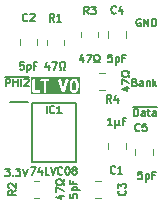
<source format=gto>
%TF.GenerationSoftware,KiCad,Pcbnew,9.0.2*%
%TF.CreationDate,2025-06-16T21:16:06+02:00*%
%TF.ProjectId,W65C816 Latch,57363543-3831-4362-904c-617463682e6b,V1*%
%TF.SameCoordinates,Original*%
%TF.FileFunction,Legend,Top*%
%TF.FilePolarity,Positive*%
%FSLAX46Y46*%
G04 Gerber Fmt 4.6, Leading zero omitted, Abs format (unit mm)*
G04 Created by KiCad (PCBNEW 9.0.2) date 2025-06-16 21:16:06*
%MOMM*%
%LPD*%
G01*
G04 APERTURE LIST*
%ADD10C,0.150000*%
%ADD11C,0.200000*%
%ADD12C,0.120000*%
G04 APERTURE END LIST*
D10*
X12190077Y-5033344D02*
X12280791Y-5063582D01*
X12280791Y-5063582D02*
X12311029Y-5093820D01*
X12311029Y-5093820D02*
X12341267Y-5154296D01*
X12341267Y-5154296D02*
X12341267Y-5245010D01*
X12341267Y-5245010D02*
X12311029Y-5305486D01*
X12311029Y-5305486D02*
X12280791Y-5335725D01*
X12280791Y-5335725D02*
X12220315Y-5365963D01*
X12220315Y-5365963D02*
X11978410Y-5365963D01*
X11978410Y-5365963D02*
X11978410Y-4730963D01*
X11978410Y-4730963D02*
X12190077Y-4730963D01*
X12190077Y-4730963D02*
X12250553Y-4761201D01*
X12250553Y-4761201D02*
X12280791Y-4791439D01*
X12280791Y-4791439D02*
X12311029Y-4851915D01*
X12311029Y-4851915D02*
X12311029Y-4912391D01*
X12311029Y-4912391D02*
X12280791Y-4972867D01*
X12280791Y-4972867D02*
X12250553Y-5003105D01*
X12250553Y-5003105D02*
X12190077Y-5033344D01*
X12190077Y-5033344D02*
X11978410Y-5033344D01*
X12885553Y-5365963D02*
X12885553Y-5033344D01*
X12885553Y-5033344D02*
X12855315Y-4972867D01*
X12855315Y-4972867D02*
X12794839Y-4942629D01*
X12794839Y-4942629D02*
X12673886Y-4942629D01*
X12673886Y-4942629D02*
X12613410Y-4972867D01*
X12885553Y-5335725D02*
X12825077Y-5365963D01*
X12825077Y-5365963D02*
X12673886Y-5365963D01*
X12673886Y-5365963D02*
X12613410Y-5335725D01*
X12613410Y-5335725D02*
X12583172Y-5275248D01*
X12583172Y-5275248D02*
X12583172Y-5214772D01*
X12583172Y-5214772D02*
X12613410Y-5154296D01*
X12613410Y-5154296D02*
X12673886Y-5124058D01*
X12673886Y-5124058D02*
X12825077Y-5124058D01*
X12825077Y-5124058D02*
X12885553Y-5093820D01*
X13187934Y-4942629D02*
X13187934Y-5365963D01*
X13187934Y-5003105D02*
X13218172Y-4972867D01*
X13218172Y-4972867D02*
X13278648Y-4942629D01*
X13278648Y-4942629D02*
X13369363Y-4942629D01*
X13369363Y-4942629D02*
X13429839Y-4972867D01*
X13429839Y-4972867D02*
X13460077Y-5033344D01*
X13460077Y-5033344D02*
X13460077Y-5365963D01*
X13762458Y-5365963D02*
X13762458Y-4730963D01*
X13822934Y-5124058D02*
X14004363Y-5365963D01*
X14004363Y-4942629D02*
X13762458Y-5184534D01*
X1205398Y-12350963D02*
X1598493Y-12350963D01*
X1598493Y-12350963D02*
X1386826Y-12592867D01*
X1386826Y-12592867D02*
X1477541Y-12592867D01*
X1477541Y-12592867D02*
X1538017Y-12623105D01*
X1538017Y-12623105D02*
X1568255Y-12653344D01*
X1568255Y-12653344D02*
X1598493Y-12713820D01*
X1598493Y-12713820D02*
X1598493Y-12865010D01*
X1598493Y-12865010D02*
X1568255Y-12925486D01*
X1568255Y-12925486D02*
X1538017Y-12955725D01*
X1538017Y-12955725D02*
X1477541Y-12985963D01*
X1477541Y-12985963D02*
X1296112Y-12985963D01*
X1296112Y-12985963D02*
X1235636Y-12955725D01*
X1235636Y-12955725D02*
X1205398Y-12925486D01*
X1870636Y-12925486D02*
X1900874Y-12955725D01*
X1900874Y-12955725D02*
X1870636Y-12985963D01*
X1870636Y-12985963D02*
X1840398Y-12955725D01*
X1840398Y-12955725D02*
X1870636Y-12925486D01*
X1870636Y-12925486D02*
X1870636Y-12985963D01*
X2112541Y-12350963D02*
X2505636Y-12350963D01*
X2505636Y-12350963D02*
X2293969Y-12592867D01*
X2293969Y-12592867D02*
X2384684Y-12592867D01*
X2384684Y-12592867D02*
X2445160Y-12623105D01*
X2445160Y-12623105D02*
X2475398Y-12653344D01*
X2475398Y-12653344D02*
X2505636Y-12713820D01*
X2505636Y-12713820D02*
X2505636Y-12865010D01*
X2505636Y-12865010D02*
X2475398Y-12925486D01*
X2475398Y-12925486D02*
X2445160Y-12955725D01*
X2445160Y-12955725D02*
X2384684Y-12985963D01*
X2384684Y-12985963D02*
X2203255Y-12985963D01*
X2203255Y-12985963D02*
X2142779Y-12955725D01*
X2142779Y-12955725D02*
X2112541Y-12925486D01*
X2687065Y-12350963D02*
X2898731Y-12985963D01*
X2898731Y-12985963D02*
X3110398Y-12350963D01*
X12673887Y318798D02*
X12613411Y349036D01*
X12613411Y349036D02*
X12522697Y349036D01*
X12522697Y349036D02*
X12431982Y318798D01*
X12431982Y318798D02*
X12371506Y258322D01*
X12371506Y258322D02*
X12341268Y197846D01*
X12341268Y197846D02*
X12311030Y76894D01*
X12311030Y76894D02*
X12311030Y-13820D01*
X12311030Y-13820D02*
X12341268Y-134772D01*
X12341268Y-134772D02*
X12371506Y-195248D01*
X12371506Y-195248D02*
X12431982Y-255725D01*
X12431982Y-255725D02*
X12522697Y-285963D01*
X12522697Y-285963D02*
X12583173Y-285963D01*
X12583173Y-285963D02*
X12673887Y-255725D01*
X12673887Y-255725D02*
X12704125Y-225486D01*
X12704125Y-225486D02*
X12704125Y-13820D01*
X12704125Y-13820D02*
X12583173Y-13820D01*
X12976268Y-285963D02*
X12976268Y349036D01*
X12976268Y349036D02*
X13339125Y-285963D01*
X13339125Y-285963D02*
X13339125Y349036D01*
X13641506Y-285963D02*
X13641506Y349036D01*
X13641506Y349036D02*
X13792696Y349036D01*
X13792696Y349036D02*
X13883411Y318798D01*
X13883411Y318798D02*
X13943887Y258322D01*
X13943887Y258322D02*
X13974125Y197846D01*
X13974125Y197846D02*
X14004363Y76894D01*
X14004363Y76894D02*
X14004363Y-13820D01*
X14004363Y-13820D02*
X13974125Y-134772D01*
X13974125Y-134772D02*
X13943887Y-195248D01*
X13943887Y-195248D02*
X13883411Y-255725D01*
X13883411Y-255725D02*
X13792696Y-285963D01*
X13792696Y-285963D02*
X13641506Y-285963D01*
X1265874Y-5365963D02*
X1265874Y-4730963D01*
X1265874Y-4730963D02*
X1507779Y-4730963D01*
X1507779Y-4730963D02*
X1568255Y-4761201D01*
X1568255Y-4761201D02*
X1598493Y-4791439D01*
X1598493Y-4791439D02*
X1628731Y-4851915D01*
X1628731Y-4851915D02*
X1628731Y-4942629D01*
X1628731Y-4942629D02*
X1598493Y-5003105D01*
X1598493Y-5003105D02*
X1568255Y-5033344D01*
X1568255Y-5033344D02*
X1507779Y-5063582D01*
X1507779Y-5063582D02*
X1265874Y-5063582D01*
X1900874Y-5365963D02*
X1900874Y-4730963D01*
X1900874Y-5033344D02*
X2263731Y-5033344D01*
X2263731Y-5365963D02*
X2263731Y-4730963D01*
X2566112Y-5365963D02*
X2566112Y-4730963D01*
X2838255Y-4791439D02*
X2868493Y-4761201D01*
X2868493Y-4761201D02*
X2928969Y-4730963D01*
X2928969Y-4730963D02*
X3080160Y-4730963D01*
X3080160Y-4730963D02*
X3140636Y-4761201D01*
X3140636Y-4761201D02*
X3170874Y-4791439D01*
X3170874Y-4791439D02*
X3201112Y-4851915D01*
X3201112Y-4851915D02*
X3201112Y-4912391D01*
X3201112Y-4912391D02*
X3170874Y-5003105D01*
X3170874Y-5003105D02*
X2808017Y-5365963D01*
X2808017Y-5365963D02*
X3201112Y-5365963D01*
X1178184Y-4554675D02*
X3258565Y-4554675D01*
D11*
G36*
X7139859Y-4966024D02*
G01*
X7164528Y-4990692D01*
X7199981Y-5061599D01*
X7241952Y-5229480D01*
X7241952Y-5442956D01*
X7199981Y-5610837D01*
X7164528Y-5681743D01*
X7139859Y-5706413D01*
X7080250Y-5736219D01*
X7032226Y-5736219D01*
X6972616Y-5706414D01*
X6947949Y-5681746D01*
X6912494Y-5610837D01*
X6870524Y-5442956D01*
X6870524Y-5229481D01*
X6912494Y-5061599D01*
X6947948Y-4990692D01*
X6972616Y-4966023D01*
X7032226Y-4936219D01*
X7080250Y-4936219D01*
X7139859Y-4966024D01*
G37*
G36*
X7553063Y-6047330D02*
G01*
X3416555Y-6047330D01*
X3416555Y-4836219D01*
X3527666Y-4836219D01*
X3527666Y-5836219D01*
X3529587Y-5855728D01*
X3544519Y-5891776D01*
X3572109Y-5919366D01*
X3608157Y-5934298D01*
X3627666Y-5936219D01*
X4103856Y-5936219D01*
X4123365Y-5934298D01*
X4159413Y-5919366D01*
X4187003Y-5891776D01*
X4201935Y-5855728D01*
X4201935Y-5816710D01*
X4187003Y-5780662D01*
X4159413Y-5753072D01*
X4123365Y-5738140D01*
X4103856Y-5736219D01*
X3727666Y-5736219D01*
X3727666Y-4836219D01*
X3725745Y-4816710D01*
X4196254Y-4816710D01*
X4196254Y-4855728D01*
X4211186Y-4891776D01*
X4238776Y-4919366D01*
X4274824Y-4934298D01*
X4294333Y-4936219D01*
X4480047Y-4936219D01*
X4480047Y-5836219D01*
X4481968Y-5855728D01*
X4496900Y-5891776D01*
X4524490Y-5919366D01*
X4560538Y-5934298D01*
X4599556Y-5934298D01*
X4635604Y-5919366D01*
X4663194Y-5891776D01*
X4678126Y-5855728D01*
X4680047Y-5836219D01*
X4680047Y-4936219D01*
X4865761Y-4936219D01*
X4885270Y-4934298D01*
X4921318Y-4919366D01*
X4948908Y-4891776D01*
X4963840Y-4855728D01*
X4963840Y-4848726D01*
X5718928Y-4848726D01*
X5723275Y-4867842D01*
X6056608Y-5867841D01*
X6064599Y-5885742D01*
X6069282Y-5891141D01*
X6072477Y-5897531D01*
X6081948Y-5905746D01*
X6090164Y-5915218D01*
X6096552Y-5918412D01*
X6101953Y-5923096D01*
X6113854Y-5927063D01*
X6125063Y-5932667D01*
X6132187Y-5933173D01*
X6138969Y-5935434D01*
X6151478Y-5934544D01*
X6163983Y-5935434D01*
X6170761Y-5933174D01*
X6177889Y-5932668D01*
X6189105Y-5927059D01*
X6200999Y-5923095D01*
X6206396Y-5918414D01*
X6212788Y-5915218D01*
X6221006Y-5905742D01*
X6230475Y-5897530D01*
X6233668Y-5891143D01*
X6238353Y-5885742D01*
X6246344Y-5867842D01*
X6463234Y-5217171D01*
X6670524Y-5217171D01*
X6670524Y-5455266D01*
X6670859Y-5458668D01*
X6670642Y-5460127D01*
X6671721Y-5467424D01*
X6672445Y-5474775D01*
X6673009Y-5476138D01*
X6673510Y-5479520D01*
X6721129Y-5669995D01*
X6721642Y-5671432D01*
X6721694Y-5672155D01*
X6724802Y-5680279D01*
X6727724Y-5688456D01*
X6728154Y-5689036D01*
X6728700Y-5690463D01*
X6776319Y-5785701D01*
X6781602Y-5794093D01*
X6782614Y-5796537D01*
X6784870Y-5799286D01*
X6786762Y-5802291D01*
X6788756Y-5804020D01*
X6795051Y-5811690D01*
X6842669Y-5859310D01*
X6850337Y-5865603D01*
X6852069Y-5867600D01*
X6855077Y-5869493D01*
X6857823Y-5871747D01*
X6860263Y-5872757D01*
X6868660Y-5878043D01*
X6963897Y-5925662D01*
X6982206Y-5932668D01*
X6985789Y-5932922D01*
X6989110Y-5934298D01*
X7008619Y-5936219D01*
X7103857Y-5936219D01*
X7123366Y-5934298D01*
X7126686Y-5932922D01*
X7130270Y-5932668D01*
X7148578Y-5925662D01*
X7243816Y-5878043D01*
X7252211Y-5872758D01*
X7254653Y-5871747D01*
X7257400Y-5869491D01*
X7260406Y-5867600D01*
X7262136Y-5865605D01*
X7269806Y-5859310D01*
X7317425Y-5811690D01*
X7323717Y-5804023D01*
X7325714Y-5802292D01*
X7327607Y-5799284D01*
X7329862Y-5796537D01*
X7330873Y-5794095D01*
X7336157Y-5785701D01*
X7383776Y-5690464D01*
X7384322Y-5689035D01*
X7384752Y-5688456D01*
X7387673Y-5680279D01*
X7390782Y-5672155D01*
X7390833Y-5671434D01*
X7391347Y-5669996D01*
X7438966Y-5479520D01*
X7439466Y-5476138D01*
X7440031Y-5474775D01*
X7440754Y-5467424D01*
X7441834Y-5460127D01*
X7441616Y-5458668D01*
X7441952Y-5455266D01*
X7441952Y-5217171D01*
X7441616Y-5213768D01*
X7441834Y-5212310D01*
X7440754Y-5205012D01*
X7440031Y-5197662D01*
X7439466Y-5196298D01*
X7438966Y-5192917D01*
X7391347Y-5002441D01*
X7390833Y-5001002D01*
X7390782Y-5000282D01*
X7387673Y-4992157D01*
X7384752Y-4983981D01*
X7384322Y-4983401D01*
X7383776Y-4981973D01*
X7336157Y-4886736D01*
X7330871Y-4878339D01*
X7329861Y-4875899D01*
X7327607Y-4873153D01*
X7325714Y-4870145D01*
X7323716Y-4868412D01*
X7317424Y-4860746D01*
X7269806Y-4813127D01*
X7262135Y-4806832D01*
X7260406Y-4804838D01*
X7257398Y-4802944D01*
X7254652Y-4800691D01*
X7252212Y-4799680D01*
X7243816Y-4794395D01*
X7148578Y-4746776D01*
X7130270Y-4739770D01*
X7126686Y-4739515D01*
X7123366Y-4738140D01*
X7103857Y-4736219D01*
X7008619Y-4736219D01*
X6989110Y-4738140D01*
X6985789Y-4739515D01*
X6982206Y-4739770D01*
X6963897Y-4746776D01*
X6868660Y-4794395D01*
X6860263Y-4799680D01*
X6857823Y-4800691D01*
X6855077Y-4802944D01*
X6852069Y-4804838D01*
X6850336Y-4806835D01*
X6842670Y-4813128D01*
X6795051Y-4860746D01*
X6788756Y-4868416D01*
X6786762Y-4870146D01*
X6784868Y-4873153D01*
X6782615Y-4875900D01*
X6781604Y-4878339D01*
X6776319Y-4886736D01*
X6728700Y-4981974D01*
X6728154Y-4983400D01*
X6727724Y-4983981D01*
X6724802Y-4992157D01*
X6721694Y-5000282D01*
X6721642Y-5001004D01*
X6721129Y-5002442D01*
X6673510Y-5192917D01*
X6673009Y-5196298D01*
X6672445Y-5197662D01*
X6671721Y-5205012D01*
X6670642Y-5212310D01*
X6670859Y-5213768D01*
X6670524Y-5217171D01*
X6463234Y-5217171D01*
X6579677Y-4867842D01*
X6584024Y-4848727D01*
X6581258Y-4809807D01*
X6563808Y-4774908D01*
X6534332Y-4749343D01*
X6497316Y-4737004D01*
X6458396Y-4739771D01*
X6423497Y-4757220D01*
X6397932Y-4786696D01*
X6389941Y-4804597D01*
X6151476Y-5519991D01*
X5913011Y-4804596D01*
X5905020Y-4786696D01*
X5879455Y-4757220D01*
X5844556Y-4739770D01*
X5805636Y-4737004D01*
X5768620Y-4749342D01*
X5739144Y-4774907D01*
X5721694Y-4809806D01*
X5718928Y-4848726D01*
X4963840Y-4848726D01*
X4963840Y-4816710D01*
X4948908Y-4780662D01*
X4921318Y-4753072D01*
X4885270Y-4738140D01*
X4865761Y-4736219D01*
X4294333Y-4736219D01*
X4274824Y-4738140D01*
X4238776Y-4753072D01*
X4211186Y-4780662D01*
X4196254Y-4816710D01*
X3725745Y-4816710D01*
X3710813Y-4780662D01*
X3683223Y-4753072D01*
X3647175Y-4738140D01*
X3608157Y-4738140D01*
X3572109Y-4753072D01*
X3544519Y-4780662D01*
X3529587Y-4816710D01*
X3527666Y-4836219D01*
X3416555Y-4836219D01*
X3416555Y-4625108D01*
X7553063Y-4625108D01*
X7553063Y-6047330D01*
G37*
D10*
X12129601Y-7905963D02*
X12129601Y-7270963D01*
X12129601Y-7270963D02*
X12280791Y-7270963D01*
X12280791Y-7270963D02*
X12371506Y-7301201D01*
X12371506Y-7301201D02*
X12431982Y-7361677D01*
X12431982Y-7361677D02*
X12462220Y-7422153D01*
X12462220Y-7422153D02*
X12492458Y-7543105D01*
X12492458Y-7543105D02*
X12492458Y-7633820D01*
X12492458Y-7633820D02*
X12462220Y-7754772D01*
X12462220Y-7754772D02*
X12431982Y-7815248D01*
X12431982Y-7815248D02*
X12371506Y-7875725D01*
X12371506Y-7875725D02*
X12280791Y-7905963D01*
X12280791Y-7905963D02*
X12129601Y-7905963D01*
X13036744Y-7905963D02*
X13036744Y-7573344D01*
X13036744Y-7573344D02*
X13006506Y-7512867D01*
X13006506Y-7512867D02*
X12946030Y-7482629D01*
X12946030Y-7482629D02*
X12825077Y-7482629D01*
X12825077Y-7482629D02*
X12764601Y-7512867D01*
X13036744Y-7875725D02*
X12976268Y-7905963D01*
X12976268Y-7905963D02*
X12825077Y-7905963D01*
X12825077Y-7905963D02*
X12764601Y-7875725D01*
X12764601Y-7875725D02*
X12734363Y-7815248D01*
X12734363Y-7815248D02*
X12734363Y-7754772D01*
X12734363Y-7754772D02*
X12764601Y-7694296D01*
X12764601Y-7694296D02*
X12825077Y-7664058D01*
X12825077Y-7664058D02*
X12976268Y-7664058D01*
X12976268Y-7664058D02*
X13036744Y-7633820D01*
X13248411Y-7482629D02*
X13490315Y-7482629D01*
X13339125Y-7270963D02*
X13339125Y-7815248D01*
X13339125Y-7815248D02*
X13369363Y-7875725D01*
X13369363Y-7875725D02*
X13429839Y-7905963D01*
X13429839Y-7905963D02*
X13490315Y-7905963D01*
X13974125Y-7905963D02*
X13974125Y-7573344D01*
X13974125Y-7573344D02*
X13943887Y-7512867D01*
X13943887Y-7512867D02*
X13883411Y-7482629D01*
X13883411Y-7482629D02*
X13762458Y-7482629D01*
X13762458Y-7482629D02*
X13701982Y-7512867D01*
X13974125Y-7875725D02*
X13913649Y-7905963D01*
X13913649Y-7905963D02*
X13762458Y-7905963D01*
X13762458Y-7905963D02*
X13701982Y-7875725D01*
X13701982Y-7875725D02*
X13671744Y-7815248D01*
X13671744Y-7815248D02*
X13671744Y-7754772D01*
X13671744Y-7754772D02*
X13701982Y-7694296D01*
X13701982Y-7694296D02*
X13762458Y-7664058D01*
X13762458Y-7664058D02*
X13913649Y-7664058D01*
X13913649Y-7664058D02*
X13974125Y-7633820D01*
X12041911Y-7094675D02*
X14061816Y-7094675D01*
X10181166Y-6762963D02*
X9969499Y-6460582D01*
X9818309Y-6762963D02*
X9818309Y-6127963D01*
X9818309Y-6127963D02*
X10060214Y-6127963D01*
X10060214Y-6127963D02*
X10120690Y-6158201D01*
X10120690Y-6158201D02*
X10150928Y-6188439D01*
X10150928Y-6188439D02*
X10181166Y-6248915D01*
X10181166Y-6248915D02*
X10181166Y-6339629D01*
X10181166Y-6339629D02*
X10150928Y-6400105D01*
X10150928Y-6400105D02*
X10120690Y-6430344D01*
X10120690Y-6430344D02*
X10060214Y-6460582D01*
X10060214Y-6460582D02*
X9818309Y-6460582D01*
X10725452Y-6339629D02*
X10725452Y-6762963D01*
X10574261Y-6097725D02*
X10423071Y-6551296D01*
X10423071Y-6551296D02*
X10816166Y-6551296D01*
X11316129Y-5487285D02*
X11739463Y-5487285D01*
X11074225Y-5638476D02*
X11527796Y-5789666D01*
X11527796Y-5789666D02*
X11527796Y-5396571D01*
X11104463Y-5215142D02*
X11104463Y-4791809D01*
X11104463Y-4791809D02*
X11739463Y-5063952D01*
X11739463Y-4580142D02*
X11739463Y-4428952D01*
X11739463Y-4428952D02*
X11618510Y-4428952D01*
X11618510Y-4428952D02*
X11588272Y-4489428D01*
X11588272Y-4489428D02*
X11527796Y-4549904D01*
X11527796Y-4549904D02*
X11437082Y-4580142D01*
X11437082Y-4580142D02*
X11285891Y-4580142D01*
X11285891Y-4580142D02*
X11195177Y-4549904D01*
X11195177Y-4549904D02*
X11134701Y-4489428D01*
X11134701Y-4489428D02*
X11104463Y-4398714D01*
X11104463Y-4398714D02*
X11104463Y-4277761D01*
X11104463Y-4277761D02*
X11134701Y-4187047D01*
X11134701Y-4187047D02*
X11195177Y-4126571D01*
X11195177Y-4126571D02*
X11285891Y-4096333D01*
X11285891Y-4096333D02*
X11437082Y-4096333D01*
X11437082Y-4096333D02*
X11527796Y-4126571D01*
X11527796Y-4126571D02*
X11588272Y-4187047D01*
X11588272Y-4187047D02*
X11618510Y-4247523D01*
X11618510Y-4247523D02*
X11739463Y-4247523D01*
X11739463Y-4247523D02*
X11739463Y-4096333D01*
X12594166Y-9115486D02*
X12563928Y-9145725D01*
X12563928Y-9145725D02*
X12473214Y-9175963D01*
X12473214Y-9175963D02*
X12412738Y-9175963D01*
X12412738Y-9175963D02*
X12322023Y-9145725D01*
X12322023Y-9145725D02*
X12261547Y-9085248D01*
X12261547Y-9085248D02*
X12231309Y-9024772D01*
X12231309Y-9024772D02*
X12201071Y-8903820D01*
X12201071Y-8903820D02*
X12201071Y-8813105D01*
X12201071Y-8813105D02*
X12231309Y-8692153D01*
X12231309Y-8692153D02*
X12261547Y-8631677D01*
X12261547Y-8631677D02*
X12322023Y-8571201D01*
X12322023Y-8571201D02*
X12412738Y-8540963D01*
X12412738Y-8540963D02*
X12473214Y-8540963D01*
X12473214Y-8540963D02*
X12563928Y-8571201D01*
X12563928Y-8571201D02*
X12594166Y-8601439D01*
X13168690Y-8540963D02*
X12866309Y-8540963D01*
X12866309Y-8540963D02*
X12836071Y-8843344D01*
X12836071Y-8843344D02*
X12866309Y-8813105D01*
X12866309Y-8813105D02*
X12926785Y-8782867D01*
X12926785Y-8782867D02*
X13077976Y-8782867D01*
X13077976Y-8782867D02*
X13138452Y-8813105D01*
X13138452Y-8813105D02*
X13168690Y-8843344D01*
X13168690Y-8843344D02*
X13198928Y-8903820D01*
X13198928Y-8903820D02*
X13198928Y-9055010D01*
X13198928Y-9055010D02*
X13168690Y-9115486D01*
X13168690Y-9115486D02*
X13138452Y-9145725D01*
X13138452Y-9145725D02*
X13077976Y-9175963D01*
X13077976Y-9175963D02*
X12926785Y-9175963D01*
X12926785Y-9175963D02*
X12866309Y-9145725D01*
X12866309Y-9145725D02*
X12836071Y-9115486D01*
X12799785Y-12604963D02*
X12497404Y-12604963D01*
X12497404Y-12604963D02*
X12467166Y-12907344D01*
X12467166Y-12907344D02*
X12497404Y-12877105D01*
X12497404Y-12877105D02*
X12557880Y-12846867D01*
X12557880Y-12846867D02*
X12709071Y-12846867D01*
X12709071Y-12846867D02*
X12769547Y-12877105D01*
X12769547Y-12877105D02*
X12799785Y-12907344D01*
X12799785Y-12907344D02*
X12830023Y-12967820D01*
X12830023Y-12967820D02*
X12830023Y-13119010D01*
X12830023Y-13119010D02*
X12799785Y-13179486D01*
X12799785Y-13179486D02*
X12769547Y-13209725D01*
X12769547Y-13209725D02*
X12709071Y-13239963D01*
X12709071Y-13239963D02*
X12557880Y-13239963D01*
X12557880Y-13239963D02*
X12497404Y-13209725D01*
X12497404Y-13209725D02*
X12467166Y-13179486D01*
X13102166Y-12816629D02*
X13102166Y-13451629D01*
X13102166Y-12846867D02*
X13162642Y-12816629D01*
X13162642Y-12816629D02*
X13283595Y-12816629D01*
X13283595Y-12816629D02*
X13344071Y-12846867D01*
X13344071Y-12846867D02*
X13374309Y-12877105D01*
X13374309Y-12877105D02*
X13404547Y-12937582D01*
X13404547Y-12937582D02*
X13404547Y-13119010D01*
X13404547Y-13119010D02*
X13374309Y-13179486D01*
X13374309Y-13179486D02*
X13344071Y-13209725D01*
X13344071Y-13209725D02*
X13283595Y-13239963D01*
X13283595Y-13239963D02*
X13162642Y-13239963D01*
X13162642Y-13239963D02*
X13102166Y-13209725D01*
X13888357Y-12907344D02*
X13676690Y-12907344D01*
X13676690Y-13239963D02*
X13676690Y-12604963D01*
X13676690Y-12604963D02*
X13979071Y-12604963D01*
X10589166Y833513D02*
X10558928Y803275D01*
X10558928Y803275D02*
X10468214Y773036D01*
X10468214Y773036D02*
X10407738Y773036D01*
X10407738Y773036D02*
X10317023Y803275D01*
X10317023Y803275D02*
X10256547Y863751D01*
X10256547Y863751D02*
X10226309Y924227D01*
X10226309Y924227D02*
X10196071Y1045179D01*
X10196071Y1045179D02*
X10196071Y1135894D01*
X10196071Y1135894D02*
X10226309Y1256846D01*
X10226309Y1256846D02*
X10256547Y1317322D01*
X10256547Y1317322D02*
X10317023Y1377798D01*
X10317023Y1377798D02*
X10407738Y1408036D01*
X10407738Y1408036D02*
X10468214Y1408036D01*
X10468214Y1408036D02*
X10558928Y1377798D01*
X10558928Y1377798D02*
X10589166Y1347560D01*
X11133452Y1196370D02*
X11133452Y773036D01*
X10982261Y1438275D02*
X10831071Y984703D01*
X10831071Y984703D02*
X11224166Y984703D01*
X10259785Y-2698963D02*
X9957404Y-2698963D01*
X9957404Y-2698963D02*
X9927166Y-3001344D01*
X9927166Y-3001344D02*
X9957404Y-2971105D01*
X9957404Y-2971105D02*
X10017880Y-2940867D01*
X10017880Y-2940867D02*
X10169071Y-2940867D01*
X10169071Y-2940867D02*
X10229547Y-2971105D01*
X10229547Y-2971105D02*
X10259785Y-3001344D01*
X10259785Y-3001344D02*
X10290023Y-3061820D01*
X10290023Y-3061820D02*
X10290023Y-3213010D01*
X10290023Y-3213010D02*
X10259785Y-3273486D01*
X10259785Y-3273486D02*
X10229547Y-3303725D01*
X10229547Y-3303725D02*
X10169071Y-3333963D01*
X10169071Y-3333963D02*
X10017880Y-3333963D01*
X10017880Y-3333963D02*
X9957404Y-3303725D01*
X9957404Y-3303725D02*
X9927166Y-3273486D01*
X10562166Y-2910629D02*
X10562166Y-3545629D01*
X10562166Y-2940867D02*
X10622642Y-2910629D01*
X10622642Y-2910629D02*
X10743595Y-2910629D01*
X10743595Y-2910629D02*
X10804071Y-2940867D01*
X10804071Y-2940867D02*
X10834309Y-2971105D01*
X10834309Y-2971105D02*
X10864547Y-3031582D01*
X10864547Y-3031582D02*
X10864547Y-3213010D01*
X10864547Y-3213010D02*
X10834309Y-3273486D01*
X10834309Y-3273486D02*
X10804071Y-3303725D01*
X10804071Y-3303725D02*
X10743595Y-3333963D01*
X10743595Y-3333963D02*
X10622642Y-3333963D01*
X10622642Y-3333963D02*
X10562166Y-3303725D01*
X11348357Y-3001344D02*
X11136690Y-3001344D01*
X11136690Y-3333963D02*
X11136690Y-2698963D01*
X11136690Y-2698963D02*
X11439071Y-2698963D01*
X8276166Y730036D02*
X8064499Y1032417D01*
X7913309Y730036D02*
X7913309Y1365036D01*
X7913309Y1365036D02*
X8155214Y1365036D01*
X8155214Y1365036D02*
X8215690Y1334798D01*
X8215690Y1334798D02*
X8245928Y1304560D01*
X8245928Y1304560D02*
X8276166Y1244084D01*
X8276166Y1244084D02*
X8276166Y1153370D01*
X8276166Y1153370D02*
X8245928Y1092894D01*
X8245928Y1092894D02*
X8215690Y1062655D01*
X8215690Y1062655D02*
X8155214Y1032417D01*
X8155214Y1032417D02*
X7913309Y1032417D01*
X8487833Y1365036D02*
X8880928Y1365036D01*
X8880928Y1365036D02*
X8669261Y1123132D01*
X8669261Y1123132D02*
X8759976Y1123132D01*
X8759976Y1123132D02*
X8820452Y1092894D01*
X8820452Y1092894D02*
X8850690Y1062655D01*
X8850690Y1062655D02*
X8880928Y1002179D01*
X8880928Y1002179D02*
X8880928Y850989D01*
X8880928Y850989D02*
X8850690Y790513D01*
X8850690Y790513D02*
X8820452Y760275D01*
X8820452Y760275D02*
X8759976Y730036D01*
X8759976Y730036D02*
X8578547Y730036D01*
X8578547Y730036D02*
X8518071Y760275D01*
X8518071Y760275D02*
X8487833Y790513D01*
X7837714Y-2910629D02*
X7837714Y-3333963D01*
X7686523Y-2668725D02*
X7535333Y-3122296D01*
X7535333Y-3122296D02*
X7928428Y-3122296D01*
X8109857Y-2698963D02*
X8533190Y-2698963D01*
X8533190Y-2698963D02*
X8261047Y-3333963D01*
X8744857Y-3333963D02*
X8896047Y-3333963D01*
X8896047Y-3333963D02*
X8896047Y-3213010D01*
X8896047Y-3213010D02*
X8835571Y-3182772D01*
X8835571Y-3182772D02*
X8775095Y-3122296D01*
X8775095Y-3122296D02*
X8744857Y-3031582D01*
X8744857Y-3031582D02*
X8744857Y-2880391D01*
X8744857Y-2880391D02*
X8775095Y-2789677D01*
X8775095Y-2789677D02*
X8835571Y-2729201D01*
X8835571Y-2729201D02*
X8926285Y-2698963D01*
X8926285Y-2698963D02*
X9047238Y-2698963D01*
X9047238Y-2698963D02*
X9137952Y-2729201D01*
X9137952Y-2729201D02*
X9198428Y-2789677D01*
X9198428Y-2789677D02*
X9228666Y-2880391D01*
X9228666Y-2880391D02*
X9228666Y-3031582D01*
X9228666Y-3031582D02*
X9198428Y-3122296D01*
X9198428Y-3122296D02*
X9137952Y-3182772D01*
X9137952Y-3182772D02*
X9077476Y-3213010D01*
X9077476Y-3213010D02*
X9077476Y-3333963D01*
X9077476Y-3333963D02*
X9228666Y-3333963D01*
X3096165Y198513D02*
X3065927Y168275D01*
X3065927Y168275D02*
X2975213Y138036D01*
X2975213Y138036D02*
X2914737Y138036D01*
X2914737Y138036D02*
X2824022Y168275D01*
X2824022Y168275D02*
X2763546Y228751D01*
X2763546Y228751D02*
X2733308Y289227D01*
X2733308Y289227D02*
X2703070Y410179D01*
X2703070Y410179D02*
X2703070Y500894D01*
X2703070Y500894D02*
X2733308Y621846D01*
X2733308Y621846D02*
X2763546Y682322D01*
X2763546Y682322D02*
X2824022Y742798D01*
X2824022Y742798D02*
X2914737Y773036D01*
X2914737Y773036D02*
X2975213Y773036D01*
X2975213Y773036D02*
X3065927Y742798D01*
X3065927Y742798D02*
X3096165Y712560D01*
X3338070Y712560D02*
X3368308Y742798D01*
X3368308Y742798D02*
X3428784Y773036D01*
X3428784Y773036D02*
X3579975Y773036D01*
X3579975Y773036D02*
X3640451Y742798D01*
X3640451Y742798D02*
X3670689Y712560D01*
X3670689Y712560D02*
X3700927Y652084D01*
X3700927Y652084D02*
X3700927Y591608D01*
X3700927Y591608D02*
X3670689Y500894D01*
X3670689Y500894D02*
X3307832Y138036D01*
X3307832Y138036D02*
X3700927Y138036D01*
X2766785Y-3333963D02*
X2464404Y-3333963D01*
X2464404Y-3333963D02*
X2434166Y-3636344D01*
X2434166Y-3636344D02*
X2464404Y-3606105D01*
X2464404Y-3606105D02*
X2524880Y-3575867D01*
X2524880Y-3575867D02*
X2676071Y-3575867D01*
X2676071Y-3575867D02*
X2736547Y-3606105D01*
X2736547Y-3606105D02*
X2766785Y-3636344D01*
X2766785Y-3636344D02*
X2797023Y-3696820D01*
X2797023Y-3696820D02*
X2797023Y-3848010D01*
X2797023Y-3848010D02*
X2766785Y-3908486D01*
X2766785Y-3908486D02*
X2736547Y-3938725D01*
X2736547Y-3938725D02*
X2676071Y-3968963D01*
X2676071Y-3968963D02*
X2524880Y-3968963D01*
X2524880Y-3968963D02*
X2464404Y-3938725D01*
X2464404Y-3938725D02*
X2434166Y-3908486D01*
X3069166Y-3545629D02*
X3069166Y-4180629D01*
X3069166Y-3575867D02*
X3129642Y-3545629D01*
X3129642Y-3545629D02*
X3250595Y-3545629D01*
X3250595Y-3545629D02*
X3311071Y-3575867D01*
X3311071Y-3575867D02*
X3341309Y-3606105D01*
X3341309Y-3606105D02*
X3371547Y-3666582D01*
X3371547Y-3666582D02*
X3371547Y-3848010D01*
X3371547Y-3848010D02*
X3341309Y-3908486D01*
X3341309Y-3908486D02*
X3311071Y-3938725D01*
X3311071Y-3938725D02*
X3250595Y-3968963D01*
X3250595Y-3968963D02*
X3129642Y-3968963D01*
X3129642Y-3968963D02*
X3069166Y-3938725D01*
X3855357Y-3636344D02*
X3643690Y-3636344D01*
X3643690Y-3968963D02*
X3643690Y-3333963D01*
X3643690Y-3333963D02*
X3946071Y-3333963D01*
X2113963Y-14202833D02*
X1811582Y-14414500D01*
X2113963Y-14565690D02*
X1478963Y-14565690D01*
X1478963Y-14565690D02*
X1478963Y-14323785D01*
X1478963Y-14323785D02*
X1509201Y-14263309D01*
X1509201Y-14263309D02*
X1539439Y-14233071D01*
X1539439Y-14233071D02*
X1599915Y-14202833D01*
X1599915Y-14202833D02*
X1690629Y-14202833D01*
X1690629Y-14202833D02*
X1751105Y-14233071D01*
X1751105Y-14233071D02*
X1781344Y-14263309D01*
X1781344Y-14263309D02*
X1811582Y-14323785D01*
X1811582Y-14323785D02*
X1811582Y-14565690D01*
X1539439Y-13960928D02*
X1509201Y-13930690D01*
X1509201Y-13930690D02*
X1478963Y-13870214D01*
X1478963Y-13870214D02*
X1478963Y-13719023D01*
X1478963Y-13719023D02*
X1509201Y-13658547D01*
X1509201Y-13658547D02*
X1539439Y-13628309D01*
X1539439Y-13628309D02*
X1599915Y-13598071D01*
X1599915Y-13598071D02*
X1660391Y-13598071D01*
X1660391Y-13598071D02*
X1751105Y-13628309D01*
X1751105Y-13628309D02*
X2113963Y-13991166D01*
X2113963Y-13991166D02*
X2113963Y-13598071D01*
X5754629Y-14641285D02*
X6177963Y-14641285D01*
X5512725Y-14792476D02*
X5966296Y-14943666D01*
X5966296Y-14943666D02*
X5966296Y-14550571D01*
X5542963Y-14369142D02*
X5542963Y-13945809D01*
X5542963Y-13945809D02*
X6177963Y-14217952D01*
X6177963Y-13734142D02*
X6177963Y-13582952D01*
X6177963Y-13582952D02*
X6057010Y-13582952D01*
X6057010Y-13582952D02*
X6026772Y-13643428D01*
X6026772Y-13643428D02*
X5966296Y-13703904D01*
X5966296Y-13703904D02*
X5875582Y-13734142D01*
X5875582Y-13734142D02*
X5724391Y-13734142D01*
X5724391Y-13734142D02*
X5633677Y-13703904D01*
X5633677Y-13703904D02*
X5573201Y-13643428D01*
X5573201Y-13643428D02*
X5542963Y-13552714D01*
X5542963Y-13552714D02*
X5542963Y-13431761D01*
X5542963Y-13431761D02*
X5573201Y-13341047D01*
X5573201Y-13341047D02*
X5633677Y-13280571D01*
X5633677Y-13280571D02*
X5724391Y-13250333D01*
X5724391Y-13250333D02*
X5875582Y-13250333D01*
X5875582Y-13250333D02*
X5966296Y-13280571D01*
X5966296Y-13280571D02*
X6026772Y-13341047D01*
X6026772Y-13341047D02*
X6057010Y-13401523D01*
X6057010Y-13401523D02*
X6177963Y-13401523D01*
X6177963Y-13401523D02*
X6177963Y-13250333D01*
X4714119Y-7651963D02*
X4714119Y-7016963D01*
X5379357Y-7591486D02*
X5349119Y-7621725D01*
X5349119Y-7621725D02*
X5258405Y-7651963D01*
X5258405Y-7651963D02*
X5197929Y-7651963D01*
X5197929Y-7651963D02*
X5107214Y-7621725D01*
X5107214Y-7621725D02*
X5046738Y-7561248D01*
X5046738Y-7561248D02*
X5016500Y-7500772D01*
X5016500Y-7500772D02*
X4986262Y-7379820D01*
X4986262Y-7379820D02*
X4986262Y-7289105D01*
X4986262Y-7289105D02*
X5016500Y-7168153D01*
X5016500Y-7168153D02*
X5046738Y-7107677D01*
X5046738Y-7107677D02*
X5107214Y-7047201D01*
X5107214Y-7047201D02*
X5197929Y-7016963D01*
X5197929Y-7016963D02*
X5258405Y-7016963D01*
X5258405Y-7016963D02*
X5349119Y-7047201D01*
X5349119Y-7047201D02*
X5379357Y-7077439D01*
X5984119Y-7651963D02*
X5621262Y-7651963D01*
X5802690Y-7651963D02*
X5802690Y-7016963D01*
X5802690Y-7016963D02*
X5742214Y-7107677D01*
X5742214Y-7107677D02*
X5681738Y-7168153D01*
X5681738Y-7168153D02*
X5621262Y-7198391D01*
X3368523Y-12223963D02*
X3791856Y-12223963D01*
X3791856Y-12223963D02*
X3519713Y-12858963D01*
X4305904Y-12435629D02*
X4305904Y-12858963D01*
X4154713Y-12193725D02*
X4003523Y-12647296D01*
X4003523Y-12647296D02*
X4396618Y-12647296D01*
X4940904Y-12858963D02*
X4638523Y-12858963D01*
X4638523Y-12858963D02*
X4638523Y-12223963D01*
X5061857Y-12223963D02*
X5273523Y-12858963D01*
X5273523Y-12858963D02*
X5485190Y-12223963D01*
X6059714Y-12798486D02*
X6029476Y-12828725D01*
X6029476Y-12828725D02*
X5938762Y-12858963D01*
X5938762Y-12858963D02*
X5878286Y-12858963D01*
X5878286Y-12858963D02*
X5787571Y-12828725D01*
X5787571Y-12828725D02*
X5727095Y-12768248D01*
X5727095Y-12768248D02*
X5696857Y-12707772D01*
X5696857Y-12707772D02*
X5666619Y-12586820D01*
X5666619Y-12586820D02*
X5666619Y-12496105D01*
X5666619Y-12496105D02*
X5696857Y-12375153D01*
X5696857Y-12375153D02*
X5727095Y-12314677D01*
X5727095Y-12314677D02*
X5787571Y-12254201D01*
X5787571Y-12254201D02*
X5878286Y-12223963D01*
X5878286Y-12223963D02*
X5938762Y-12223963D01*
X5938762Y-12223963D02*
X6029476Y-12254201D01*
X6029476Y-12254201D02*
X6059714Y-12284439D01*
X6452809Y-12223963D02*
X6513286Y-12223963D01*
X6513286Y-12223963D02*
X6573762Y-12254201D01*
X6573762Y-12254201D02*
X6604000Y-12284439D01*
X6604000Y-12284439D02*
X6634238Y-12344915D01*
X6634238Y-12344915D02*
X6664476Y-12465867D01*
X6664476Y-12465867D02*
X6664476Y-12617058D01*
X6664476Y-12617058D02*
X6634238Y-12738010D01*
X6634238Y-12738010D02*
X6604000Y-12798486D01*
X6604000Y-12798486D02*
X6573762Y-12828725D01*
X6573762Y-12828725D02*
X6513286Y-12858963D01*
X6513286Y-12858963D02*
X6452809Y-12858963D01*
X6452809Y-12858963D02*
X6392333Y-12828725D01*
X6392333Y-12828725D02*
X6362095Y-12798486D01*
X6362095Y-12798486D02*
X6331857Y-12738010D01*
X6331857Y-12738010D02*
X6301619Y-12617058D01*
X6301619Y-12617058D02*
X6301619Y-12465867D01*
X6301619Y-12465867D02*
X6331857Y-12344915D01*
X6331857Y-12344915D02*
X6362095Y-12284439D01*
X6362095Y-12284439D02*
X6392333Y-12254201D01*
X6392333Y-12254201D02*
X6452809Y-12223963D01*
X7027333Y-12496105D02*
X6966857Y-12465867D01*
X6966857Y-12465867D02*
X6936619Y-12435629D01*
X6936619Y-12435629D02*
X6906381Y-12375153D01*
X6906381Y-12375153D02*
X6906381Y-12344915D01*
X6906381Y-12344915D02*
X6936619Y-12284439D01*
X6936619Y-12284439D02*
X6966857Y-12254201D01*
X6966857Y-12254201D02*
X7027333Y-12223963D01*
X7027333Y-12223963D02*
X7148286Y-12223963D01*
X7148286Y-12223963D02*
X7208762Y-12254201D01*
X7208762Y-12254201D02*
X7239000Y-12284439D01*
X7239000Y-12284439D02*
X7269238Y-12344915D01*
X7269238Y-12344915D02*
X7269238Y-12375153D01*
X7269238Y-12375153D02*
X7239000Y-12435629D01*
X7239000Y-12435629D02*
X7208762Y-12465867D01*
X7208762Y-12465867D02*
X7148286Y-12496105D01*
X7148286Y-12496105D02*
X7027333Y-12496105D01*
X7027333Y-12496105D02*
X6966857Y-12526344D01*
X6966857Y-12526344D02*
X6936619Y-12556582D01*
X6936619Y-12556582D02*
X6906381Y-12617058D01*
X6906381Y-12617058D02*
X6906381Y-12738010D01*
X6906381Y-12738010D02*
X6936619Y-12798486D01*
X6936619Y-12798486D02*
X6966857Y-12828725D01*
X6966857Y-12828725D02*
X7027333Y-12858963D01*
X7027333Y-12858963D02*
X7148286Y-12858963D01*
X7148286Y-12858963D02*
X7208762Y-12828725D01*
X7208762Y-12828725D02*
X7239000Y-12798486D01*
X7239000Y-12798486D02*
X7269238Y-12738010D01*
X7269238Y-12738010D02*
X7269238Y-12617058D01*
X7269238Y-12617058D02*
X7239000Y-12556582D01*
X7239000Y-12556582D02*
X7208762Y-12526344D01*
X7208762Y-12526344D02*
X7148286Y-12496105D01*
X10535167Y-12714486D02*
X10504929Y-12744725D01*
X10504929Y-12744725D02*
X10414215Y-12774963D01*
X10414215Y-12774963D02*
X10353739Y-12774963D01*
X10353739Y-12774963D02*
X10263024Y-12744725D01*
X10263024Y-12744725D02*
X10202548Y-12684248D01*
X10202548Y-12684248D02*
X10172310Y-12623772D01*
X10172310Y-12623772D02*
X10142072Y-12502820D01*
X10142072Y-12502820D02*
X10142072Y-12412105D01*
X10142072Y-12412105D02*
X10172310Y-12291153D01*
X10172310Y-12291153D02*
X10202548Y-12230677D01*
X10202548Y-12230677D02*
X10263024Y-12170201D01*
X10263024Y-12170201D02*
X10353739Y-12139963D01*
X10353739Y-12139963D02*
X10414215Y-12139963D01*
X10414215Y-12139963D02*
X10504929Y-12170201D01*
X10504929Y-12170201D02*
X10535167Y-12200439D01*
X11139929Y-12774963D02*
X10777072Y-12774963D01*
X10958500Y-12774963D02*
X10958500Y-12139963D01*
X10958500Y-12139963D02*
X10898024Y-12230677D01*
X10898024Y-12230677D02*
X10837548Y-12291153D01*
X10837548Y-12291153D02*
X10777072Y-12321391D01*
X10244666Y-8667963D02*
X9881809Y-8667963D01*
X10063237Y-8667963D02*
X10063237Y-8032963D01*
X10063237Y-8032963D02*
X10002761Y-8123677D01*
X10002761Y-8123677D02*
X9942285Y-8184153D01*
X9942285Y-8184153D02*
X9881809Y-8214391D01*
X10516809Y-8244629D02*
X10516809Y-8879629D01*
X10819190Y-8577248D02*
X10849428Y-8637725D01*
X10849428Y-8637725D02*
X10909904Y-8667963D01*
X10516809Y-8577248D02*
X10547047Y-8637725D01*
X10547047Y-8637725D02*
X10607523Y-8667963D01*
X10607523Y-8667963D02*
X10728476Y-8667963D01*
X10728476Y-8667963D02*
X10788952Y-8637725D01*
X10788952Y-8637725D02*
X10819190Y-8577248D01*
X10819190Y-8577248D02*
X10819190Y-8244629D01*
X11393714Y-8335344D02*
X11182047Y-8335344D01*
X11182047Y-8667963D02*
X11182047Y-8032963D01*
X11182047Y-8032963D02*
X11484428Y-8032963D01*
X11367486Y-14229832D02*
X11397725Y-14260070D01*
X11397725Y-14260070D02*
X11427963Y-14350784D01*
X11427963Y-14350784D02*
X11427963Y-14411260D01*
X11427963Y-14411260D02*
X11397725Y-14501975D01*
X11397725Y-14501975D02*
X11337248Y-14562451D01*
X11337248Y-14562451D02*
X11276772Y-14592689D01*
X11276772Y-14592689D02*
X11155820Y-14622927D01*
X11155820Y-14622927D02*
X11065105Y-14622927D01*
X11065105Y-14622927D02*
X10944153Y-14592689D01*
X10944153Y-14592689D02*
X10883677Y-14562451D01*
X10883677Y-14562451D02*
X10823201Y-14501975D01*
X10823201Y-14501975D02*
X10792963Y-14411260D01*
X10792963Y-14411260D02*
X10792963Y-14350784D01*
X10792963Y-14350784D02*
X10823201Y-14260070D01*
X10823201Y-14260070D02*
X10853439Y-14229832D01*
X10792963Y-14018165D02*
X10792963Y-13625070D01*
X10792963Y-13625070D02*
X11034867Y-13836737D01*
X11034867Y-13836737D02*
X11034867Y-13746022D01*
X11034867Y-13746022D02*
X11065105Y-13685546D01*
X11065105Y-13685546D02*
X11095344Y-13655308D01*
X11095344Y-13655308D02*
X11155820Y-13625070D01*
X11155820Y-13625070D02*
X11307010Y-13625070D01*
X11307010Y-13625070D02*
X11367486Y-13655308D01*
X11367486Y-13655308D02*
X11397725Y-13685546D01*
X11397725Y-13685546D02*
X11427963Y-13746022D01*
X11427963Y-13746022D02*
X11427963Y-13927451D01*
X11427963Y-13927451D02*
X11397725Y-13987927D01*
X11397725Y-13987927D02*
X11367486Y-14018165D01*
X6685963Y-14505214D02*
X6685963Y-14807595D01*
X6685963Y-14807595D02*
X6988344Y-14837833D01*
X6988344Y-14837833D02*
X6958105Y-14807595D01*
X6958105Y-14807595D02*
X6927867Y-14747119D01*
X6927867Y-14747119D02*
X6927867Y-14595928D01*
X6927867Y-14595928D02*
X6958105Y-14535452D01*
X6958105Y-14535452D02*
X6988344Y-14505214D01*
X6988344Y-14505214D02*
X7048820Y-14474976D01*
X7048820Y-14474976D02*
X7200010Y-14474976D01*
X7200010Y-14474976D02*
X7260486Y-14505214D01*
X7260486Y-14505214D02*
X7290725Y-14535452D01*
X7290725Y-14535452D02*
X7320963Y-14595928D01*
X7320963Y-14595928D02*
X7320963Y-14747119D01*
X7320963Y-14747119D02*
X7290725Y-14807595D01*
X7290725Y-14807595D02*
X7260486Y-14837833D01*
X6897629Y-14202833D02*
X7532629Y-14202833D01*
X6927867Y-14202833D02*
X6897629Y-14142357D01*
X6897629Y-14142357D02*
X6897629Y-14021404D01*
X6897629Y-14021404D02*
X6927867Y-13960928D01*
X6927867Y-13960928D02*
X6958105Y-13930690D01*
X6958105Y-13930690D02*
X7018582Y-13900452D01*
X7018582Y-13900452D02*
X7200010Y-13900452D01*
X7200010Y-13900452D02*
X7260486Y-13930690D01*
X7260486Y-13930690D02*
X7290725Y-13960928D01*
X7290725Y-13960928D02*
X7320963Y-14021404D01*
X7320963Y-14021404D02*
X7320963Y-14142357D01*
X7320963Y-14142357D02*
X7290725Y-14202833D01*
X6988344Y-13416642D02*
X6988344Y-13628309D01*
X7320963Y-13628309D02*
X6685963Y-13628309D01*
X6685963Y-13628309D02*
X6685963Y-13325928D01*
X5355166Y95036D02*
X5143499Y397417D01*
X4992309Y95036D02*
X4992309Y730036D01*
X4992309Y730036D02*
X5234214Y730036D01*
X5234214Y730036D02*
X5294690Y699798D01*
X5294690Y699798D02*
X5324928Y669560D01*
X5324928Y669560D02*
X5355166Y609084D01*
X5355166Y609084D02*
X5355166Y518370D01*
X5355166Y518370D02*
X5324928Y457894D01*
X5324928Y457894D02*
X5294690Y427655D01*
X5294690Y427655D02*
X5234214Y397417D01*
X5234214Y397417D02*
X4992309Y397417D01*
X5959928Y95036D02*
X5597071Y95036D01*
X5778499Y95036D02*
X5778499Y730036D01*
X5778499Y730036D02*
X5718023Y639322D01*
X5718023Y639322D02*
X5657547Y578846D01*
X5657547Y578846D02*
X5597071Y548608D01*
X4916714Y-3545629D02*
X4916714Y-3968963D01*
X4765523Y-3303725D02*
X4614333Y-3757296D01*
X4614333Y-3757296D02*
X5007428Y-3757296D01*
X5188857Y-3333963D02*
X5612190Y-3333963D01*
X5612190Y-3333963D02*
X5340047Y-3968963D01*
X5823857Y-3968963D02*
X5975047Y-3968963D01*
X5975047Y-3968963D02*
X5975047Y-3848010D01*
X5975047Y-3848010D02*
X5914571Y-3817772D01*
X5914571Y-3817772D02*
X5854095Y-3757296D01*
X5854095Y-3757296D02*
X5823857Y-3666582D01*
X5823857Y-3666582D02*
X5823857Y-3515391D01*
X5823857Y-3515391D02*
X5854095Y-3424677D01*
X5854095Y-3424677D02*
X5914571Y-3364201D01*
X5914571Y-3364201D02*
X6005285Y-3333963D01*
X6005285Y-3333963D02*
X6126238Y-3333963D01*
X6126238Y-3333963D02*
X6216952Y-3364201D01*
X6216952Y-3364201D02*
X6277428Y-3424677D01*
X6277428Y-3424677D02*
X6307666Y-3515391D01*
X6307666Y-3515391D02*
X6307666Y-3666582D01*
X6307666Y-3666582D02*
X6277428Y-3757296D01*
X6277428Y-3757296D02*
X6216952Y-3817772D01*
X6216952Y-3817772D02*
X6156476Y-3848010D01*
X6156476Y-3848010D02*
X6156476Y-3968963D01*
X6156476Y-3968963D02*
X6307666Y-3968963D01*
D12*
%TO.C,R4*%
X9648564Y-5688000D02*
X9194436Y-5688000D01*
X9648564Y-4218000D02*
X9194436Y-4218000D01*
%TO.C,C5*%
X12219000Y-10676748D02*
X12219000Y-11199252D01*
X13689000Y-10676748D02*
X13689000Y-11199252D01*
%TO.C,C4*%
X9933000Y-1261252D02*
X9933000Y-738748D01*
X11403000Y-1261252D02*
X11403000Y-738748D01*
%TO.C,R3*%
X7637000Y-1243064D02*
X7637000Y-788936D01*
X9107000Y-1243064D02*
X9107000Y-788936D01*
%TO.C,C2*%
X2440000Y-1896252D02*
X2440000Y-1373748D01*
X3910000Y-1896252D02*
X3910000Y-1373748D01*
%TO.C,R2*%
X4087064Y-14842000D02*
X3632936Y-14842000D01*
X4087064Y-13372000D02*
X3632936Y-13372000D01*
D11*
%TO.C,IC1*%
X7184000Y-11771000D02*
X3484000Y-11771000D01*
X7184000Y-6771000D02*
X7184000Y-11771000D01*
X3484000Y-11771000D02*
X3484000Y-6771000D01*
X3484000Y-6771000D02*
X7184000Y-6771000D01*
X1659000Y-6746000D02*
X3134000Y-6746000D01*
D12*
%TO.C,C1*%
X11403000Y-10168748D02*
X11403000Y-10691252D01*
X9933000Y-10168748D02*
X9933000Y-10691252D01*
%TO.C,C3*%
X8821748Y-14832000D02*
X9344252Y-14832000D01*
X8821748Y-13362000D02*
X9344252Y-13362000D01*
%TO.C,R1*%
X6186000Y-1878064D02*
X6186000Y-1423936D01*
X4716000Y-1878064D02*
X4716000Y-1423936D01*
%TD*%
M02*

</source>
